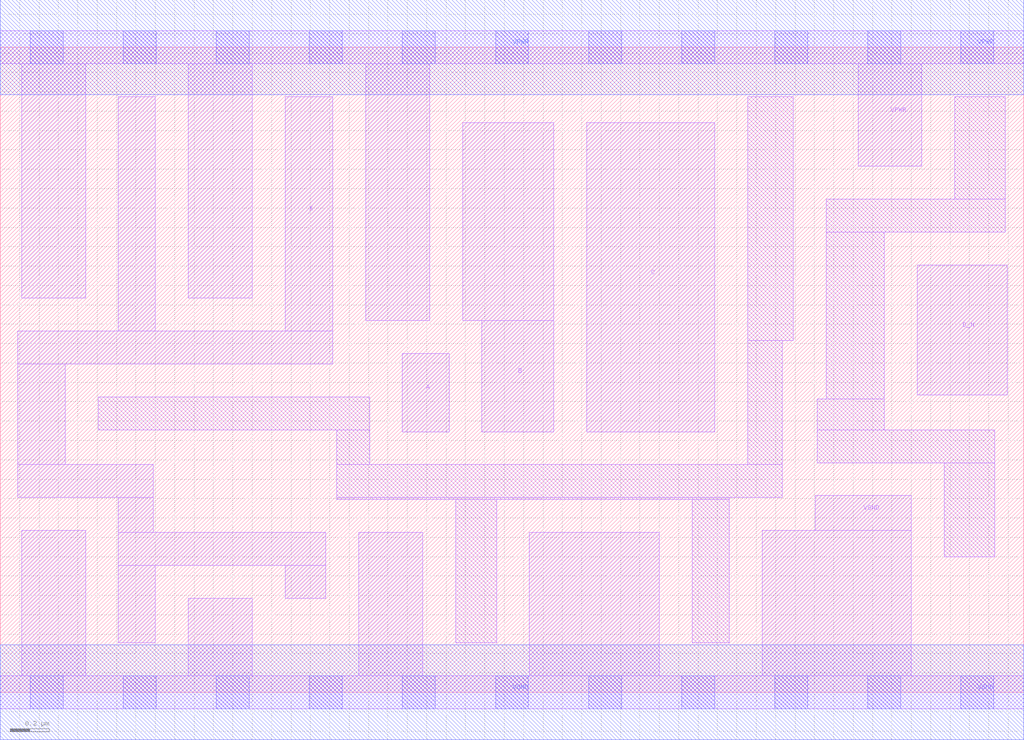
<source format=lef>
# Copyright 2020 The SkyWater PDK Authors
#
# Licensed under the Apache License, Version 2.0 (the "License");
# you may not use this file except in compliance with the License.
# You may obtain a copy of the License at
#
#     https://www.apache.org/licenses/LICENSE-2.0
#
# Unless required by applicable law or agreed to in writing, software
# distributed under the License is distributed on an "AS IS" BASIS,
# WITHOUT WARRANTIES OR CONDITIONS OF ANY KIND, either express or implied.
# See the License for the specific language governing permissions and
# limitations under the License.
#
# SPDX-License-Identifier: Apache-2.0

VERSION 5.7 ;
  NAMESCASESENSITIVE ON ;
  NOWIREEXTENSIONATPIN ON ;
  DIVIDERCHAR "/" ;
  BUSBITCHARS "[]" ;
UNITS
  DATABASE MICRONS 200 ;
END UNITS
MACRO sky130_fd_sc_lp__or4b_4
  CLASS CORE ;
  SOURCE USER ;
  FOREIGN sky130_fd_sc_lp__or4b_4 ;
  ORIGIN  0.000000  0.000000 ;
  SIZE  5.280000 BY  3.330000 ;
  SYMMETRY X Y R90 ;
  SITE unit ;
  PIN A
    ANTENNAGATEAREA  0.315000 ;
    DIRECTION INPUT ;
    USE SIGNAL ;
    PORT
      LAYER li1 ;
        RECT 2.075000 1.345000 2.315000 1.750000 ;
    END
  END A
  PIN B
    ANTENNAGATEAREA  0.315000 ;
    DIRECTION INPUT ;
    USE SIGNAL ;
    PORT
      LAYER li1 ;
        RECT 2.385000 1.920000 2.855000 2.940000 ;
        RECT 2.485000 1.345000 2.855000 1.920000 ;
    END
  END B
  PIN C
    ANTENNAGATEAREA  0.315000 ;
    DIRECTION INPUT ;
    USE SIGNAL ;
    PORT
      LAYER li1 ;
        RECT 3.025000 1.345000 3.685000 2.940000 ;
    END
  END C
  PIN D_N
    ANTENNAGATEAREA  0.126000 ;
    DIRECTION INPUT ;
    USE SIGNAL ;
    PORT
      LAYER li1 ;
        RECT 4.730000 1.535000 5.195000 2.205000 ;
    END
  END D_N
  PIN X
    ANTENNADIFFAREA  1.176000 ;
    DIRECTION OUTPUT ;
    USE SIGNAL ;
    PORT
      LAYER li1 ;
        RECT 0.090000 1.005000 0.790000 1.175000 ;
        RECT 0.090000 1.175000 0.335000 1.695000 ;
        RECT 0.090000 1.695000 1.715000 1.865000 ;
        RECT 0.610000 0.255000 0.800000 0.655000 ;
        RECT 0.610000 0.655000 1.680000 0.825000 ;
        RECT 0.610000 0.825000 0.790000 1.005000 ;
        RECT 0.610000 1.865000 0.800000 3.075000 ;
        RECT 1.470000 0.485000 1.680000 0.655000 ;
        RECT 1.470000 1.865000 1.715000 3.075000 ;
    END
  END X
  PIN VGND
    DIRECTION INOUT ;
    USE GROUND ;
    PORT
      LAYER li1 ;
        RECT 0.000000 -0.085000 5.280000 0.085000 ;
        RECT 0.110000  0.085000 0.440000 0.835000 ;
        RECT 0.970000  0.085000 1.300000 0.485000 ;
        RECT 1.850000  0.085000 2.180000 0.825000 ;
        RECT 2.730000  0.085000 3.400000 0.825000 ;
        RECT 3.930000  0.085000 4.700000 0.835000 ;
        RECT 4.205000  0.835000 4.700000 1.015000 ;
      LAYER mcon ;
        RECT 0.155000 -0.085000 0.325000 0.085000 ;
        RECT 0.635000 -0.085000 0.805000 0.085000 ;
        RECT 1.115000 -0.085000 1.285000 0.085000 ;
        RECT 1.595000 -0.085000 1.765000 0.085000 ;
        RECT 2.075000 -0.085000 2.245000 0.085000 ;
        RECT 2.555000 -0.085000 2.725000 0.085000 ;
        RECT 3.035000 -0.085000 3.205000 0.085000 ;
        RECT 3.515000 -0.085000 3.685000 0.085000 ;
        RECT 3.995000 -0.085000 4.165000 0.085000 ;
        RECT 4.475000 -0.085000 4.645000 0.085000 ;
        RECT 4.955000 -0.085000 5.125000 0.085000 ;
      LAYER met1 ;
        RECT 0.000000 -0.245000 5.280000 0.245000 ;
    END
  END VGND
  PIN VPWR
    DIRECTION INOUT ;
    USE POWER ;
    PORT
      LAYER li1 ;
        RECT 0.000000 3.245000 5.280000 3.415000 ;
        RECT 0.110000 2.035000 0.440000 3.245000 ;
        RECT 0.970000 2.035000 1.300000 3.245000 ;
        RECT 1.885000 1.920000 2.215000 3.245000 ;
        RECT 4.425000 2.715000 4.755000 3.245000 ;
      LAYER mcon ;
        RECT 0.155000 3.245000 0.325000 3.415000 ;
        RECT 0.635000 3.245000 0.805000 3.415000 ;
        RECT 1.115000 3.245000 1.285000 3.415000 ;
        RECT 1.595000 3.245000 1.765000 3.415000 ;
        RECT 2.075000 3.245000 2.245000 3.415000 ;
        RECT 2.555000 3.245000 2.725000 3.415000 ;
        RECT 3.035000 3.245000 3.205000 3.415000 ;
        RECT 3.515000 3.245000 3.685000 3.415000 ;
        RECT 3.995000 3.245000 4.165000 3.415000 ;
        RECT 4.475000 3.245000 4.645000 3.415000 ;
        RECT 4.955000 3.245000 5.125000 3.415000 ;
      LAYER met1 ;
        RECT 0.000000 3.085000 5.280000 3.575000 ;
    END
  END VPWR
  OBS
    LAYER li1 ;
      RECT 0.505000 1.355000 1.905000 1.525000 ;
      RECT 1.735000 0.995000 3.760000 1.005000 ;
      RECT 1.735000 1.005000 4.035000 1.175000 ;
      RECT 1.735000 1.175000 1.905000 1.355000 ;
      RECT 2.350000 0.255000 2.560000 0.995000 ;
      RECT 3.570000 0.255000 3.760000 0.995000 ;
      RECT 3.855000 1.175000 4.035000 1.815000 ;
      RECT 3.855000 1.815000 4.090000 3.075000 ;
      RECT 4.215000 1.185000 5.130000 1.355000 ;
      RECT 4.215000 1.355000 4.560000 1.515000 ;
      RECT 4.260000 1.515000 4.560000 2.375000 ;
      RECT 4.260000 2.375000 5.185000 2.545000 ;
      RECT 4.870000 0.700000 5.130000 1.185000 ;
      RECT 4.925000 2.545000 5.185000 3.075000 ;
  END
END sky130_fd_sc_lp__or4b_4

</source>
